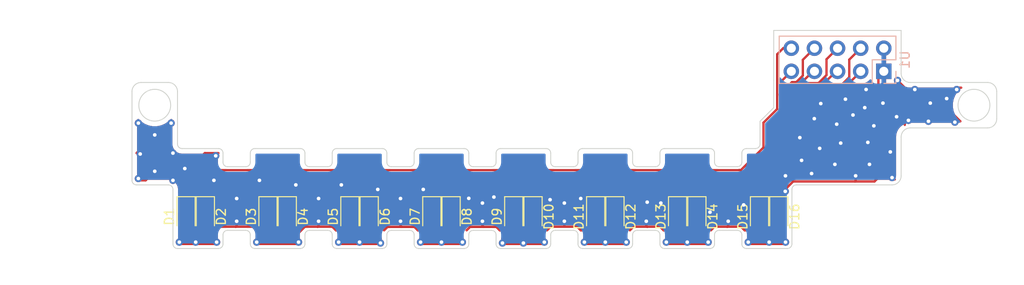
<source format=kicad_pcb>
(kicad_pcb (version 20171130) (host pcbnew "(5.1.6-0-10_14)")
  (layers (0 F.Cu signal) (31 B.Cu signal) (34 B.Paste user) (35 F.Paste user) (36 B.SilkS user) (37 F.SilkS user) (38 B.Mask user) (39 F.Mask user) (44 Edge.Cuts user))
  (net 0 "")
  (net 1 GND)
  (net 2 OUT1)
  (net 3 OUT2)
  (net 4 OUT3)
  (net 5 OUT4)
  (net 6 OUT5)
  (net 7 OUT6)
  (net 8 OUT7)
  (net 9 OUT8)
  (net 10 "Net-(D1-Pad1)")
  (net 11 "Net-(D3-Pad1)")
  (net 12 "Net-(D5-Pad1)")
  (net 13 "Net-(D7-Pad1)")
  (net 14 "Net-(D10-Pad2)")
  (net 15 "Net-(D11-Pad1)")
  (net 16 "Net-(D13-Pad1)")
  (net 17 "Net-(D15-Pad1)")
  (module Pin_Headers:Pin_Header_Straight_2x05_Pitch2.54mm (layer B.Cu) (at 193.095 92 90)
    (fp_text reference U1 (at 1.27 2.33 90) (layer B.SilkS) (effects (justify mirror)))
    (fp_text value Conn_02x05)
    (pad 10 thru_hole oval (at 2.54 -10.16 90) (size 1.7 1.7) (drill 1) (layers *.Cu *.Mask) (net 2 OUT1))
    (pad 9 thru_hole oval (at 0 -10.16 90) (size 1.7 1.7) (drill 1) (layers *.Cu *.Mask) (net 3 OUT2))
    (pad 8 thru_hole oval (at 2.54 -7.62 90) (size 1.7 1.7) (drill 1) (layers *.Cu *.Mask) (net 4 OUT3))
    (pad 7 thru_hole oval (at 0 -7.62 90) (size 1.7 1.7) (drill 1) (layers *.Cu *.Mask) (net 5 OUT4))
    (pad 6 thru_hole oval (at 2.54 -5.08 90) (size 1.7 1.7) (drill 1) (layers *.Cu *.Mask) (net 6 OUT5))
    (pad 5 thru_hole oval (at 0 -5.08 90) (size 1.7 1.7) (drill 1) (layers *.Cu *.Mask) (net 7 OUT6))
    (pad 4 thru_hole oval (at 2.54 -2.54 90) (size 1.7 1.7) (drill 1) (layers *.Cu *.Mask) (net 8 OUT7))
    (pad 3 thru_hole oval (at 0 -2.54 90) (size 1.7 1.7) (drill 1) (layers *.Cu *.Mask) (net 9 OUT8))
    (pad 2 thru_hole oval (at 2.54 0 90) (size 1.7 1.7) (drill 1) (layers *.Cu *.Mask) (net 1 GND))
    (pad 1 thru_hole rect (at 0 0 90) (size 1.7 1.7) (drill 1) (layers *.Cu *.Mask) (net 1 GND))
  )
  (module Diodes_SMD:D_1206 (layer F.Cu) (at 154.5 108 270)
    (fp_text reference D10 (at 0 -1.8 90) (layer F.SilkS))
    (fp_text value D_Photo)
    (pad 1 smd rect (at -1.5 0 270) (size 1 1.6) (layers F.Cu F.Paste F.Mask) (net 6 OUT5))
    (pad 2 smd rect (at 1.5 0 270) (size 1 1.6) (layers F.Cu F.Paste F.Mask) (net 14 "Net-(D10-Pad2)"))
  )
  (module Diodes_SMD:D_1206 (layer F.Cu) (at 127.5 108 270)
    (fp_text reference D4 (at 0 -1.8 90) (layer F.SilkS))
    (fp_text value D_Photo)
    (pad 1 smd rect (at -1.5 0 270) (size 1 1.6) (layers F.Cu F.Paste F.Mask) (net 3 OUT2))
    (pad 2 smd rect (at 1.5 0 270) (size 1 1.6) (layers F.Cu F.Paste F.Mask) (net 11 "Net-(D3-Pad1)"))
  )
  (module Diodes_SMD:D_1206 (layer F.Cu) (at 118.5 108 270)
    (fp_text reference D2 (at 0 -1.8 90) (layer F.SilkS))
    (fp_text value D_Photo)
    (pad 1 smd rect (at -1.5 0 270) (size 1 1.6) (layers F.Cu F.Paste F.Mask) (net 2 OUT1))
    (pad 2 smd rect (at 1.5 0 270) (size 1 1.6) (layers F.Cu F.Paste F.Mask) (net 10 "Net-(D1-Pad1)"))
  )
  (module Diodes_SMD:D_1206 (layer F.Cu) (at 116.5 108 270)
    (fp_text reference D1 (at 0 1.9 90) (layer F.SilkS))
    (fp_text value D_Photo)
    (pad 1 smd rect (at -1.5 0 270) (size 1 1.6) (layers F.Cu F.Paste F.Mask) (net 10 "Net-(D1-Pad1)"))
    (pad 2 smd rect (at 1.5 0 270) (size 1 1.6) (layers F.Cu F.Paste F.Mask) (net 1 GND))
  )
  (module Diodes_SMD:D_1206 (layer F.Cu) (at 125.5 108 270)
    (fp_text reference D3 (at 0 1.9 90) (layer F.SilkS))
    (fp_text value D_Photo)
    (pad 1 smd rect (at -1.5 0 270) (size 1 1.6) (layers F.Cu F.Paste F.Mask) (net 11 "Net-(D3-Pad1)"))
    (pad 2 smd rect (at 1.5 0 270) (size 1 1.6) (layers F.Cu F.Paste F.Mask) (net 1 GND))
  )
  (module Diodes_SMD:D_1206 (layer F.Cu) (at 134.5 108 270)
    (fp_text reference D5 (at 0 1.9 90) (layer F.SilkS))
    (fp_text value D_Photo)
    (pad 1 smd rect (at -1.5 0 270) (size 1 1.6) (layers F.Cu F.Paste F.Mask) (net 12 "Net-(D5-Pad1)"))
    (pad 2 smd rect (at 1.5 0 270) (size 1 1.6) (layers F.Cu F.Paste F.Mask) (net 1 GND))
  )
  (module Diodes_SMD:D_1206 (layer F.Cu) (at 136.5 108 270)
    (fp_text reference D6 (at 0 -1.8 90) (layer F.SilkS))
    (fp_text value D_Photo)
    (pad 1 smd rect (at -1.5 0 270) (size 1 1.6) (layers F.Cu F.Paste F.Mask) (net 4 OUT3))
    (pad 2 smd rect (at 1.5 0 270) (size 1 1.6) (layers F.Cu F.Paste F.Mask) (net 12 "Net-(D5-Pad1)"))
  )
  (module Diodes_SMD:D_1206 (layer F.Cu) (at 143.5 108 270)
    (fp_text reference D7 (at 0 1.9 90) (layer F.SilkS))
    (fp_text value D_Photo)
    (pad 1 smd rect (at -1.5 0 270) (size 1 1.6) (layers F.Cu F.Paste F.Mask) (net 13 "Net-(D7-Pad1)"))
    (pad 2 smd rect (at 1.5 0 270) (size 1 1.6) (layers F.Cu F.Paste F.Mask) (net 1 GND))
  )
  (module Diodes_SMD:D_1206 (layer F.Cu) (at 145.5 108 270)
    (fp_text reference D8 (at 0 -1.8 90) (layer F.SilkS))
    (fp_text value D_Photo)
    (pad 1 smd rect (at -1.5 0 270) (size 1 1.6) (layers F.Cu F.Paste F.Mask) (net 5 OUT4))
    (pad 2 smd rect (at 1.5 0 270) (size 1 1.6) (layers F.Cu F.Paste F.Mask) (net 13 "Net-(D7-Pad1)"))
  )
  (module Diodes_SMD:D_1206 (layer F.Cu) (at 152.5 108 270)
    (fp_text reference D9 (at 0 1.9 90) (layer F.SilkS))
    (fp_text value D_Photo)
    (pad 1 smd rect (at -1.5 0 270) (size 1 1.6) (layers F.Cu F.Paste F.Mask) (net 14 "Net-(D10-Pad2)"))
    (pad 2 smd rect (at 1.5 0 270) (size 1 1.6) (layers F.Cu F.Paste F.Mask) (net 1 GND))
  )
  (module Diodes_SMD:D_1206 (layer F.Cu) (at 161.5 108 270)
    (fp_text reference D11 (at 0 1.9 90) (layer F.SilkS))
    (fp_text value D_Photo)
    (pad 1 smd rect (at -1.5 0 270) (size 1 1.6) (layers F.Cu F.Paste F.Mask) (net 15 "Net-(D11-Pad1)"))
    (pad 2 smd rect (at 1.5 0 270) (size 1 1.6) (layers F.Cu F.Paste F.Mask) (net 1 GND))
  )
  (module Diodes_SMD:D_1206 (layer F.Cu) (at 163.5 108 270)
    (fp_text reference D12 (at 0 -1.8 90) (layer F.SilkS))
    (fp_text value D_Photo)
    (pad 1 smd rect (at -1.5 0 270) (size 1 1.6) (layers F.Cu F.Paste F.Mask) (net 7 OUT6))
    (pad 2 smd rect (at 1.5 0 270) (size 1 1.6) (layers F.Cu F.Paste F.Mask) (net 15 "Net-(D11-Pad1)"))
  )
  (module Diodes_SMD:D_1206 (layer F.Cu) (at 170.5 108 270)
    (fp_text reference D13 (at 0 1.9 90) (layer F.SilkS))
    (fp_text value D_Photo)
    (pad 1 smd rect (at -1.5 0 270) (size 1 1.6) (layers F.Cu F.Paste F.Mask) (net 16 "Net-(D13-Pad1)"))
    (pad 2 smd rect (at 1.5 0 270) (size 1 1.6) (layers F.Cu F.Paste F.Mask) (net 1 GND))
  )
  (module Diodes_SMD:D_1206 (layer F.Cu) (at 172.5 108 270)
    (fp_text reference D14 (at 0 -1.8 90) (layer F.SilkS))
    (fp_text value D_Photo)
    (pad 1 smd rect (at -1.5 0 270) (size 1 1.6) (layers F.Cu F.Paste F.Mask) (net 8 OUT7))
    (pad 2 smd rect (at 1.5 0 270) (size 1 1.6) (layers F.Cu F.Paste F.Mask) (net 16 "Net-(D13-Pad1)"))
  )
  (module Diodes_SMD:D_1206 (layer F.Cu) (at 179.5 108 270)
    (fp_text reference D15 (at 0 1.9 90) (layer F.SilkS))
    (fp_text value D_Photo)
    (pad 1 smd rect (at -1.5 0 270) (size 1 1.6) (layers F.Cu F.Paste F.Mask) (net 17 "Net-(D15-Pad1)"))
    (pad 2 smd rect (at 1.5 0 270) (size 1 1.6) (layers F.Cu F.Paste F.Mask) (net 1 GND))
  )
  (module Diodes_SMD:D_1206 (layer F.Cu) (at 181.5 108 270)
    (fp_text reference D16 (at 0 -1.8 90) (layer F.SilkS))
    (fp_text value D_Photo)
    (pad 1 smd rect (at -1.5 0 270) (size 1 1.6) (layers F.Cu F.Paste F.Mask) (net 9 OUT8))
    (pad 2 smd rect (at 1.5 0 270) (size 1 1.6) (layers F.Cu F.Paste F.Mask) (net 17 "Net-(D15-Pad1)"))
  )
  (gr_arc (start 179 100) (end 179 100.5) (angle -90) (layer Edge.Cuts) (width 0.1))
  (gr_line (start 178 100.5) (end 179 100.5) (layer Edge.Cuts) (width 0.1))
  (gr_line (start 115 105) (end 115 111) (layer Edge.Cuts) (width 0.1))
  (gr_arc (start 111 104) (end 110.5 104) (angle -90) (layer Edge.Cuts) (width 0.1))
  (gr_arc (start 194 103.5) (end 194 104.5) (angle -90) (layer Edge.Cuts) (width 0.1))
  (gr_line (start 183.5 104.5) (end 194 104.5) (layer Edge.Cuts) (width 0.1))
  (gr_line (start 175 109.5) (end 177 109.5) (layer Edge.Cuts) (width 0.1))
  (gr_line (start 166 109.5) (end 168 109.5) (layer Edge.Cuts) (width 0.1))
  (gr_line (start 157 109.5) (end 159 109.5) (layer Edge.Cuts) (width 0.1))
  (gr_line (start 148 109.5) (end 150 109.5) (layer Edge.Cuts) (width 0.1))
  (gr_line (start 139 109.5) (end 141 109.5) (layer Edge.Cuts) (width 0.1))
  (gr_line (start 130 109.5) (end 132 109.5) (layer Edge.Cuts) (width 0.1))
  (gr_line (start 121 109.5) (end 123 109.5) (layer Edge.Cuts) (width 0.1))
  (gr_line (start 111 104.5) (end 114.5 104.5) (layer Edge.Cuts) (width 0.1))
  (gr_line (start 121 102.5) (end 123 102.5) (layer Edge.Cuts) (width 0.1))
  (gr_line (start 130 102.5) (end 132 102.5) (layer Edge.Cuts) (width 0.1))
  (gr_line (start 139 102.5) (end 141 102.5) (layer Edge.Cuts) (width 0.1))
  (gr_line (start 150 102.5) (end 148 102.5) (layer Edge.Cuts) (width 0.1))
  (gr_line (start 159 102.5) (end 157 102.5) (layer Edge.Cuts) (width 0.1))
  (gr_line (start 168 102.5) (end 166 102.5) (layer Edge.Cuts) (width 0.1))
  (gr_line (start 177 102.5) (end 175 102.5) (layer Edge.Cuts) (width 0.1))
  (gr_line (start 116 100.5) (end 120 100.5) (layer Edge.Cuts) (width 0.1))
  (gr_arc (start 177 102) (end 177 102.5) (angle -90) (layer Edge.Cuts) (width 0.1))
  (gr_arc (start 178 101) (end 178 100.5) (angle -90) (layer Edge.Cuts) (width 0.1))
  (gr_line (start 177.5 101) (end 177.5 102) (layer Edge.Cuts) (width 0.1))
  (gr_arc (start 121 102) (end 120.5 102) (angle -90) (layer Edge.Cuts) (width 0.1))
  (gr_arc (start 120 101) (end 120.5 101) (angle -90) (layer Edge.Cuts) (width 0.1))
  (gr_arc (start 116 100) (end 115.5 100) (angle -90) (layer Edge.Cuts) (width 0.1))
  (gr_line (start 120.5 101) (end 120.5 102) (layer Edge.Cuts) (width 0.1))
  (gr_line (start 123.5 101) (end 123.5 102) (layer Edge.Cuts) (width 0.1))
  (gr_line (start 124 100.5) (end 129 100.5) (layer Edge.Cuts) (width 0.1))
  (gr_arc (start 124 101) (end 124 100.5) (angle -90) (layer Edge.Cuts) (width 0.1))
  (gr_arc (start 130 102) (end 129.5 102) (angle -90) (layer Edge.Cuts) (width 0.1))
  (gr_arc (start 129 101) (end 129.5 101) (angle -90) (layer Edge.Cuts) (width 0.1))
  (gr_line (start 129.5 101) (end 129.5 102) (layer Edge.Cuts) (width 0.1))
  (gr_arc (start 123 102) (end 123 102.5) (angle -90) (layer Edge.Cuts) (width 0.1))
  (gr_arc (start 132 102) (end 132 102.5) (angle -90) (layer Edge.Cuts) (width 0.1))
  (gr_arc (start 133 101) (end 133 100.5) (angle -90) (layer Edge.Cuts) (width 0.1))
  (gr_line (start 133 100.5) (end 138 100.5) (layer Edge.Cuts) (width 0.1))
  (gr_line (start 138.5 101) (end 138.5 102) (layer Edge.Cuts) (width 0.1))
  (gr_arc (start 139 102) (end 138.5 102) (angle -90) (layer Edge.Cuts) (width 0.1))
  (gr_arc (start 138 101) (end 138.5 101) (angle -90) (layer Edge.Cuts) (width 0.1))
  (gr_line (start 132.5 101) (end 132.5 102) (layer Edge.Cuts) (width 0.1))
  (gr_arc (start 148 102) (end 147.5 102) (angle -90) (layer Edge.Cuts) (width 0.1))
  (gr_line (start 141.5 101) (end 141.5 102) (layer Edge.Cuts) (width 0.1))
  (gr_arc (start 147 101) (end 147.5 101) (angle -90) (layer Edge.Cuts) (width 0.1))
  (gr_arc (start 141 102) (end 141 102.5) (angle -90) (layer Edge.Cuts) (width 0.1))
  (gr_line (start 147.5 101) (end 147.5 102) (layer Edge.Cuts) (width 0.1))
  (gr_line (start 142 100.5) (end 147 100.5) (layer Edge.Cuts) (width 0.1))
  (gr_arc (start 142 101) (end 142 100.5) (angle -90) (layer Edge.Cuts) (width 0.1))
  (gr_arc (start 150 102) (end 150 102.5) (angle -90) (layer Edge.Cuts) (width 0.1))
  (gr_arc (start 151 101) (end 151 100.5) (angle -90) (layer Edge.Cuts) (width 0.1))
  (gr_line (start 151 100.5) (end 156 100.5) (layer Edge.Cuts) (width 0.1))
  (gr_arc (start 156 101) (end 156.5 101) (angle -90) (layer Edge.Cuts) (width 0.1))
  (gr_arc (start 157 102) (end 156.5 102) (angle -90) (layer Edge.Cuts) (width 0.1))
  (gr_line (start 150.5 101) (end 150.5 102) (layer Edge.Cuts) (width 0.1))
  (gr_line (start 156.5 101) (end 156.5 102) (layer Edge.Cuts) (width 0.1))
  (gr_arc (start 159 102) (end 159 102.5) (angle -90) (layer Edge.Cuts) (width 0.1))
  (gr_arc (start 160 101) (end 160 100.5) (angle -90) (layer Edge.Cuts) (width 0.1))
  (gr_line (start 165.5 101) (end 165.5 102) (layer Edge.Cuts) (width 0.1))
  (gr_arc (start 165 101) (end 165.5 101) (angle -90) (layer Edge.Cuts) (width 0.1))
  (gr_line (start 160 100.5) (end 165 100.5) (layer Edge.Cuts) (width 0.1))
  (gr_arc (start 166 102) (end 165.5 102) (angle -90) (layer Edge.Cuts) (width 0.1))
  (gr_line (start 159.5 101) (end 159.5 102) (layer Edge.Cuts) (width 0.1))
  (gr_arc (start 169 101) (end 169 100.5) (angle -90) (layer Edge.Cuts) (width 0.1))
  (gr_arc (start 168 102) (end 168 102.5) (angle -90) (layer Edge.Cuts) (width 0.1))
  (gr_arc (start 175 102) (end 174.5 102) (angle -90) (layer Edge.Cuts) (width 0.1))
  (gr_line (start 168.5 101) (end 168.5 102) (layer Edge.Cuts) (width 0.1))
  (gr_line (start 174.5 101) (end 174.5 102) (layer Edge.Cuts) (width 0.1))
  (gr_arc (start 174 101) (end 174.5 101) (angle -90) (layer Edge.Cuts) (width 0.1))
  (gr_line (start 169 100.5) (end 174 100.5) (layer Edge.Cuts) (width 0.1))
  (gr_arc (start 177 110) (end 177.5 110) (angle -90) (layer Edge.Cuts) (width 0.1))
  (gr_line (start 177.5 111) (end 177.5 110) (layer Edge.Cuts) (width 0.1))
  (gr_arc (start 178 111) (end 177.5 111) (angle -90) (layer Edge.Cuts) (width 0.1))
  (gr_arc (start 183.5 105) (end 183.5 104.5) (angle -90) (layer Edge.Cuts) (width 0.1))
  (gr_line (start 182.5 111.5) (end 178 111.5) (layer Edge.Cuts) (width 0.1))
  (gr_line (start 183 111) (end 183 105) (layer Edge.Cuts) (width 0.1))
  (gr_arc (start 182.5 111) (end 182.5 111.5) (angle -90) (layer Edge.Cuts) (width 0.1))
  (gr_line (start 174.5 111) (end 174.5 110) (layer Edge.Cuts) (width 0.1))
  (gr_arc (start 175 110) (end 175 109.5) (angle -90) (layer Edge.Cuts) (width 0.1))
  (gr_arc (start 168 110) (end 168.5 110) (angle -90) (layer Edge.Cuts) (width 0.1))
  (gr_line (start 168.5 111) (end 168.5 110) (layer Edge.Cuts) (width 0.1))
  (gr_arc (start 174 111) (end 174 111.5) (angle -90) (layer Edge.Cuts) (width 0.1))
  (gr_arc (start 169 111) (end 168.5 111) (angle -90) (layer Edge.Cuts) (width 0.1))
  (gr_line (start 174 111.5) (end 169 111.5) (layer Edge.Cuts) (width 0.1))
  (gr_arc (start 166 110) (end 166 109.5) (angle -90) (layer Edge.Cuts) (width 0.1))
  (gr_line (start 159.5 111) (end 159.5 110) (layer Edge.Cuts) (width 0.1))
  (gr_arc (start 165 111) (end 165 111.5) (angle -90) (layer Edge.Cuts) (width 0.1))
  (gr_line (start 165 111.5) (end 160 111.5) (layer Edge.Cuts) (width 0.1))
  (gr_arc (start 159 110) (end 159.5 110) (angle -90) (layer Edge.Cuts) (width 0.1))
  (gr_arc (start 160 111) (end 159.5 111) (angle -90) (layer Edge.Cuts) (width 0.1))
  (gr_line (start 165.5 111) (end 165.5 110) (layer Edge.Cuts) (width 0.1))
  (gr_arc (start 150 110) (end 150.5 110) (angle -90) (layer Edge.Cuts) (width 0.1))
  (gr_arc (start 151 111) (end 150.5 111) (angle -90) (layer Edge.Cuts) (width 0.1))
  (gr_line (start 156.5 111) (end 156.5 110) (layer Edge.Cuts) (width 0.1))
  (gr_arc (start 156 111) (end 156 111.5) (angle -90) (layer Edge.Cuts) (width 0.1))
  (gr_line (start 156 111.5) (end 151 111.5) (layer Edge.Cuts) (width 0.1))
  (gr_arc (start 157 110) (end 157 109.5) (angle -90) (layer Edge.Cuts) (width 0.1))
  (gr_line (start 150.5 111) (end 150.5 110) (layer Edge.Cuts) (width 0.1))
  (gr_line (start 147.5 111) (end 147.5 110) (layer Edge.Cuts) (width 0.1))
  (gr_arc (start 141 110) (end 141.5 110) (angle -90) (layer Edge.Cuts) (width 0.1))
  (gr_line (start 141.5 111) (end 141.5 110) (layer Edge.Cuts) (width 0.1))
  (gr_arc (start 148 110) (end 148 109.5) (angle -90) (layer Edge.Cuts) (width 0.1))
  (gr_arc (start 147 111) (end 147 111.5) (angle -90) (layer Edge.Cuts) (width 0.1))
  (gr_line (start 147 111.5) (end 142 111.5) (layer Edge.Cuts) (width 0.1))
  (gr_arc (start 142 111) (end 141.5 111) (angle -90) (layer Edge.Cuts) (width 0.1))
  (gr_line (start 138.5 111) (end 138.5 110) (layer Edge.Cuts) (width 0.1))
  (gr_arc (start 139 110) (end 139 109.5) (angle -90) (layer Edge.Cuts) (width 0.1))
  (gr_arc (start 138 111) (end 138 111.5) (angle -90) (layer Edge.Cuts) (width 0.1))
  (gr_line (start 138 111.5) (end 133 111.5) (layer Edge.Cuts) (width 0.1))
  (gr_arc (start 132 110) (end 132.5 110) (angle -90) (layer Edge.Cuts) (width 0.1))
  (gr_line (start 132.5 111) (end 132.5 110) (layer Edge.Cuts) (width 0.1))
  (gr_arc (start 133 111) (end 132.5 111) (angle -90) (layer Edge.Cuts) (width 0.1))
  (gr_line (start 129.5 111) (end 129.5 110) (layer Edge.Cuts) (width 0.1))
  (gr_arc (start 130 110) (end 130 109.5) (angle -90) (layer Edge.Cuts) (width 0.1))
  (gr_arc (start 129 111) (end 129 111.5) (angle -90) (layer Edge.Cuts) (width 0.1))
  (gr_line (start 123.5 111) (end 123.5 110) (layer Edge.Cuts) (width 0.1))
  (gr_arc (start 123 110) (end 123.5 110) (angle -90) (layer Edge.Cuts) (width 0.1))
  (gr_line (start 129 111.5) (end 124 111.5) (layer Edge.Cuts) (width 0.1))
  (gr_arc (start 124 111) (end 123.5 111) (angle -90) (layer Edge.Cuts) (width 0.1))
  (gr_arc (start 121 110) (end 121 109.5) (angle -90) (layer Edge.Cuts) (width 0.1))
  (gr_arc (start 114.5 105) (end 115 105) (angle -90) (layer Edge.Cuts) (width 0.1))
  (gr_line (start 120.5 111) (end 120.5 110) (layer Edge.Cuts) (width 0.1))
  (gr_arc (start 120 111) (end 120 111.5) (angle -90) (layer Edge.Cuts) (width 0.1))
  (gr_arc (start 115.5 111) (end 115 111) (angle -90) (layer Edge.Cuts) (width 0.1))
  (gr_line (start 120 111.5) (end 115.5 111.5) (layer Edge.Cuts) (width 0.1))
  (gr_arc (start 114.5 94.23) (end 115.5 94.23) (angle -90) (layer Edge.Cuts) (width 0.1))
  (gr_arc (start 111.5 94.23) (end 111.5 93.23) (angle -90) (layer Edge.Cuts) (width 0.1))
  (gr_line (start 111.5 93.23) (end 114.5 93.23) (layer Edge.Cuts) (width 0.1))
  (gr_line (start 110.5 104) (end 110.5 94.23) (layer Edge.Cuts) (width 0.1))
  (gr_line (start 115.5 100) (end 115.5 94.23) (layer Edge.Cuts) (width 0.1))
  (gr_circle (center 113 95.73) (end 114.75 95.73) (layer Edge.Cuts) (width 0.1))
  (gr_circle (center 203 95.73) (end 204.75 95.73) (layer Edge.Cuts) (width 0.1))
  (gr_arc (start 196 92.23) (end 195 92.23) (angle -90) (layer Edge.Cuts) (width 0.1))
  (gr_arc (start 196 99.23) (end 196 98.23) (angle -90) (layer Edge.Cuts) (width 0.1))
  (gr_line (start 195 92.23) (end 195 87.5) (layer Edge.Cuts) (width 0.1))
  (gr_arc (start 204.5 97.23) (end 204.5 98.23) (angle -90) (layer Edge.Cuts) (width 0.1))
  (gr_arc (start 204.5 94.23) (end 205.5 94.23) (angle -90) (layer Edge.Cuts) (width 0.1))
  (gr_line (start 196 98.23) (end 204.5 98.23) (layer Edge.Cuts) (width 0.1))
  (gr_line (start 205.5 94.23) (end 205.5 97.23) (layer Edge.Cuts) (width 0.1))
  (gr_line (start 196 93.23) (end 204.5 93.23) (layer Edge.Cuts) (width 0.1))
  (gr_line (start 181 96) (end 181 93) (layer Edge.Cuts) (width 0.1))
  (gr_line (start 179.5 97.5) (end 181 96) (layer Edge.Cuts) (width 0.1))
  (gr_line (start 179.5 100) (end 179.5 97.5) (layer Edge.Cuts) (width 0.1))
  (gr_line (start 181 87.5) (end 195 87.5) (layer Edge.Cuts) (width 0.1))
  (gr_line (start 181 93) (end 181 87.5) (layer Edge.Cuts) (width 0.1))
  (gr_line (start 195 103.5) (end 195 99.23) (layer Edge.Cuts) (width 0.1))
  (via (at 111.2 97.7) (size 0.8) (drill 0.4) (layers F.Cu B.Cu) (net 1))
  (segment (start 193.095 99.46) (end 193.095 102) (width 0.25) (layer F.Cu) (net 1))
  (via (at 194.5 97) (size 0.8) (drill 0.4) (layers F.Cu B.Cu) (net 1))
  (segment (start 194.5 98.055) (end 194.5 97) (width 0.25) (layer F.Cu) (net 1))
  (segment (start 193.095 99.46) (end 194.5 98.055) (width 0.25) (layer F.Cu) (net 1))
  (segment (start 194.5 96) (end 192.5 94) (width 0.25) (layer F.Cu) (net 1))
  (segment (start 194.5 97) (end 194.5 96) (width 0.25) (layer F.Cu) (net 1))
  (segment (start 192.5 92.595) (end 193.095 92) (width 0.25) (layer F.Cu) (net 1))
  (segment (start 192.5 94) (end 192.5 92.595) (width 0.25) (layer F.Cu) (net 1))
  (segment (start 193.095 89.46) (end 193.095 92) (width 0.25) (layer F.Cu) (net 1))
  (via (at 195.8 97.4) (size 0.8) (drill 0.4) (layers F.Cu B.Cu) (net 1))
  (via (at 194.6 93) (size 0.8) (drill 0.4) (layers F.Cu B.Cu) (net 1))
  (via (at 201.1 94) (size 0.8) (drill 0.4) (layers F.Cu B.Cu) (net 1))
  (via (at 198.2 95.5) (size 0.8) (drill 0.4) (layers F.Cu B.Cu) (net 1))
  (via (at 196.5 94) (size 0.8) (drill 0.4) (layers F.Cu B.Cu) (net 1))
  (via (at 200 95) (size 0.8) (drill 0.4) (layers F.Cu B.Cu) (net 1))
  (segment (start 196.1 94.5) (end 196.5 94.5) (width 0.25) (layer F.Cu) (net 1))
  (segment (start 199.5 94.5) (end 200 95) (width 0.25) (layer F.Cu) (net 1))
  (segment (start 201.2 93.8) (end 200 95) (width 0.25) (layer F.Cu) (net 1))
  (segment (start 201.6 93.8) (end 201.2 93.8) (width 0.25) (layer F.Cu) (net 1))
  (segment (start 200 96) (end 200 95) (width 0.25) (layer F.Cu) (net 1))
  (segment (start 198.2 94.5) (end 199.5 94.5) (width 0.25) (layer F.Cu) (net 1))
  (segment (start 198.2 96.3) (end 198.2 94.5) (width 0.25) (layer F.Cu) (net 1))
  (segment (start 196.5 94.5) (end 198.2 94.5) (width 0.25) (layer F.Cu) (net 1))
  (segment (start 195.4 94.4) (end 195.7 94.1) (width 0.25) (layer F.Cu) (net 1))
  (segment (start 195.7 94.1) (end 196.1 94.5) (width 0.25) (layer F.Cu) (net 1))
  (segment (start 194.6 93) (end 195.7 94.1) (width 0.25) (layer F.Cu) (net 1))
  (segment (start 194.5 97) (end 195.4 97) (width 0.25) (layer F.Cu) (net 1))
  (segment (start 195.4 97) (end 195.4 94.4) (width 0.25) (layer F.Cu) (net 1))
  (segment (start 195.4 97.9) (end 195.4 97) (width 0.25) (layer F.Cu) (net 1))
  (segment (start 119.8 109.5) (end 120.192144 109.107856) (width 0.25) (layer F.Cu) (net 1))
  (segment (start 124.2 109.5) (end 125.5 109.5) (width 0.25) (layer F.Cu) (net 1))
  (segment (start 123.807856 109.107856) (end 124.2 109.5) (width 0.25) (layer F.Cu) (net 1))
  (segment (start 132.9 109.5) (end 134.5 109.5) (width 0.25) (layer F.Cu) (net 1))
  (segment (start 132.507856 109.107856) (end 132.9 109.5) (width 0.25) (layer F.Cu) (net 1))
  (segment (start 138.2 109.5) (end 138.575754 109.124246) (width 0.25) (layer F.Cu) (net 1))
  (segment (start 141.9 109.5) (end 143.5 109.5) (width 0.25) (layer F.Cu) (net 1))
  (segment (start 141.524246 109.124246) (end 141.9 109.5) (width 0.25) (layer F.Cu) (net 1))
  (segment (start 150.9 109.5) (end 152.5 109.5) (width 0.25) (layer F.Cu) (net 1))
  (segment (start 147.261496 109.5) (end 147.63725 109.124246) (width 0.25) (layer F.Cu) (net 1))
  (segment (start 150.524246 109.124246) (end 150.9 109.5) (width 0.25) (layer F.Cu) (net 1))
  (segment (start 156.492144 109.107856) (end 159.407856 109.107856) (width 0.25) (layer F.Cu) (net 1))
  (segment (start 156.1 109.5) (end 156.492144 109.107856) (width 0.25) (layer F.Cu) (net 1))
  (segment (start 159.8 109.5) (end 161.5 109.5) (width 0.25) (layer F.Cu) (net 1))
  (segment (start 159.407856 109.107856) (end 159.8 109.5) (width 0.25) (layer F.Cu) (net 1))
  (segment (start 165.2 109.5) (end 165.592144 109.107856) (width 0.25) (layer F.Cu) (net 1))
  (segment (start 168.9 109.5) (end 170.5 109.5) (width 0.25) (layer F.Cu) (net 1))
  (segment (start 168.507856 109.107856) (end 168.9 109.5) (width 0.25) (layer F.Cu) (net 1))
  (segment (start 174.1 109.5) (end 174.492144 109.107856) (width 0.25) (layer F.Cu) (net 1))
  (segment (start 177.8 109.5) (end 179.5 109.5) (width 0.25) (layer F.Cu) (net 1))
  (segment (start 177.407856 109.107856) (end 177.8 109.5) (width 0.25) (layer F.Cu) (net 1))
  (via (at 114.8 97.7) (size 0.8) (drill 0.4) (layers F.Cu B.Cu) (net 1))
  (via (at 111.4 101.1) (size 0.8) (drill 0.4) (layers F.Cu B.Cu) (net 1))
  (via (at 111.2 103.8) (size 0.8) (drill 0.4) (layers F.Cu B.Cu) (net 1))
  (via (at 119.7 101.3) (size 0.8) (drill 0.4) (layers F.Cu B.Cu) (net 1))
  (via (at 115 101) (size 0.8) (drill 0.4) (layers F.Cu B.Cu) (net 1))
  (via (at 115 104) (size 0.8) (drill 0.4) (layers F.Cu B.Cu) (net 1))
  (via (at 119.5 104) (size 0.8) (drill 0.4) (layers F.Cu B.Cu) (net 1))
  (via (at 124.5 104) (size 0.8) (drill 0.4) (layers F.Cu B.Cu) (net 1))
  (via (at 122 108.5) (size 0.8) (drill 0.4) (layers F.Cu B.Cu) (net 1))
  (via (at 117.5 110.8) (size 0.8) (drill 0.4) (layers F.Cu B.Cu) (net 1))
  (via (at 135.5 110.8) (size 0.8) (drill 0.4) (layers F.Cu B.Cu) (net 1))
  (via (at 144.5 110.8) (size 0.8) (drill 0.4) (layers F.Cu B.Cu) (net 1))
  (via (at 153.5 110.9) (size 0.8) (drill 0.4) (layers F.Cu B.Cu) (net 1))
  (via (at 162.5 110.8) (size 0.8) (drill 0.4) (layers F.Cu B.Cu) (net 1))
  (via (at 171.5 110.8) (size 0.8) (drill 0.4) (layers F.Cu B.Cu) (net 1))
  (via (at 180.5 110.8) (size 0.8) (drill 0.4) (layers F.Cu B.Cu) (net 1))
  (via (at 182.3 110.8) (size 0.8) (drill 0.4) (layers F.Cu B.Cu) (net 1))
  (via (at 178.2 110.8) (size 0.8) (drill 0.4) (layers F.Cu B.Cu) (net 1))
  (via (at 173.8 110.8) (size 0.8) (drill 0.4) (layers F.Cu B.Cu) (net 1))
  (via (at 169.2 110.8) (size 0.8) (drill 0.4) (layers F.Cu B.Cu) (net 1))
  (via (at 164.8 110.8) (size 0.8) (drill 0.4) (layers F.Cu B.Cu) (net 1))
  (via (at 160.2 110.8) (size 0.8) (drill 0.4) (layers F.Cu B.Cu) (net 1))
  (via (at 155.8 110.8) (size 0.8) (drill 0.4) (layers F.Cu B.Cu) (net 1))
  (via (at 151.2 110.9) (size 0.8) (drill 0.4) (layers F.Cu B.Cu) (net 1))
  (via (at 146.8 110.8) (size 0.8) (drill 0.4) (layers F.Cu B.Cu) (net 1))
  (via (at 142.2 110.8) (size 0.8) (drill 0.4) (layers F.Cu B.Cu) (net 1))
  (via (at 137.8 110.9) (size 0.8) (drill 0.4) (layers F.Cu B.Cu) (net 1))
  (via (at 133.2 110.8) (size 0.8) (drill 0.4) (layers F.Cu B.Cu) (net 1))
  (via (at 128.8 110.8) (size 0.8) (drill 0.4) (layers F.Cu B.Cu) (net 1))
  (via (at 124.2 110.8) (size 0.8) (drill 0.4) (layers F.Cu B.Cu) (net 1))
  (via (at 119.8 110.8) (size 0.8) (drill 0.4) (layers F.Cu B.Cu) (net 1))
  (via (at 115.7 110.8) (size 0.8) (drill 0.4) (layers F.Cu B.Cu) (net 1))
  (via (at 122 106) (size 0.8) (drill 0.4) (layers F.Cu B.Cu) (net 1))
  (via (at 131 106) (size 0.8) (drill 0.4) (layers F.Cu B.Cu) (net 1))
  (via (at 131 108.5) (size 0.8) (drill 0.4) (layers F.Cu B.Cu) (net 1))
  (via (at 128.5 104.5) (size 0.8) (drill 0.4) (layers F.Cu B.Cu) (net 1))
  (via (at 133.5 104.5) (size 0.8) (drill 0.4) (layers F.Cu B.Cu) (net 1))
  (via (at 140 108.5) (size 0.8) (drill 0.4) (layers F.Cu B.Cu) (net 1))
  (via (at 140 106) (size 0.8) (drill 0.4) (layers F.Cu B.Cu) (net 1))
  (via (at 142.5 105) (size 0.8) (drill 0.4) (layers F.Cu B.Cu) (net 1))
  (via (at 137.5 105) (size 0.8) (drill 0.4) (layers F.Cu B.Cu) (net 1))
  (via (at 149 108.5) (size 0.8) (drill 0.4) (layers F.Cu B.Cu) (net 1))
  (via (at 149 106.5) (size 0.8) (drill 0.4) (layers F.Cu B.Cu) (net 1))
  (via (at 147.5 105.98) (size 0.8) (drill 0.4) (layers F.Cu B.Cu) (net 1))
  (via (at 150.26 105.84) (size 0.8) (drill 0.4) (layers F.Cu B.Cu) (net 1))
  (via (at 158 108.5) (size 0.8) (drill 0.4) (layers F.Cu B.Cu) (net 1))
  (via (at 158 106.5) (size 0.8) (drill 0.4) (layers F.Cu B.Cu) (net 1))
  (via (at 156.43 106.13) (size 0.8) (drill 0.4) (layers F.Cu B.Cu) (net 1))
  (via (at 159.8 106) (size 0.8) (drill 0.4) (layers F.Cu B.Cu) (net 1))
  (via (at 176 108.5) (size 0.8) (drill 0.4) (layers F.Cu B.Cu) (net 1))
  (via (at 174 107.5) (size 0.8) (drill 0.4) (layers F.Cu B.Cu) (net 1))
  (via (at 177.7 106.7) (size 0.8) (drill 0.4) (layers F.Cu B.Cu) (net 1))
  (via (at 190 103.5) (size 0.8) (drill 0.4) (layers F.Cu B.Cu) (net 1))
  (via (at 192 98) (size 0.8) (drill 0.4) (layers F.Cu B.Cu) (net 1))
  (via (at 191 96) (size 0.8) (drill 0.4) (layers F.Cu B.Cu) (net 1))
  (via (at 193 95.5) (size 0.8) (drill 0.4) (layers F.Cu B.Cu) (net 1))
  (via (at 200.9 97.6) (size 0.8) (drill 0.4) (layers F.Cu B.Cu) (net 1))
  (via (at 198 97.5) (size 0.8) (drill 0.4) (layers F.Cu B.Cu) (net 1))
  (via (at 113 103) (size 0.8) (drill 0.4) (layers F.Cu B.Cu) (net 1))
  (via (at 113 99) (size 0.8) (drill 0.4) (layers F.Cu B.Cu) (net 1))
  (via (at 116.3 102.7) (size 0.8) (drill 0.4) (layers F.Cu B.Cu) (net 1))
  (segment (start 112.5 99) (end 113 99) (width 0.25) (layer F.Cu) (net 1))
  (segment (start 111 97.5) (end 112.5 99) (width 0.25) (layer F.Cu) (net 1))
  (segment (start 113.5 99) (end 113 99) (width 0.25) (layer F.Cu) (net 1))
  (segment (start 115 97.5) (end 113.5 99) (width 0.25) (layer F.Cu) (net 1))
  (segment (start 111 101) (end 113 99) (width 0.25) (layer F.Cu) (net 1))
  (segment (start 115 101) (end 113 99) (width 0.25) (layer F.Cu) (net 1))
  (segment (start 113 103) (end 115 101) (width 0.25) (layer F.Cu) (net 1))
  (segment (start 115 101.5) (end 115 101) (width 0.25) (layer F.Cu) (net 1))
  (segment (start 116.5 103) (end 115 101.5) (width 0.25) (layer F.Cu) (net 1))
  (segment (start 118.5 101) (end 116.5 103) (width 0.25) (layer F.Cu) (net 1))
  (segment (start 120 101) (end 118.5 101) (width 0.25) (layer F.Cu) (net 1))
  (segment (start 118.5 111) (end 120 111) (width 0.25) (layer F.Cu) (net 1))
  (segment (start 117.5 111) (end 118.5 111) (width 0.25) (layer F.Cu) (net 1))
  (segment (start 122 109) (end 121.892144 109.107856) (width 0.25) (layer F.Cu) (net 1))
  (segment (start 122 108.5) (end 122 109) (width 0.25) (layer F.Cu) (net 1))
  (segment (start 121.892144 109.107856) (end 123.807856 109.107856) (width 0.25) (layer F.Cu) (net 1))
  (segment (start 120.192144 109.107856) (end 121.892144 109.107856) (width 0.25) (layer F.Cu) (net 1))
  (segment (start 122 106) (end 122 108.5) (width 0.25) (layer F.Cu) (net 1))
  (segment (start 121.5 106) (end 122 106) (width 0.25) (layer F.Cu) (net 1))
  (segment (start 119.5 104) (end 121.5 106) (width 0.25) (layer F.Cu) (net 1))
  (segment (start 122.5 106) (end 122 106) (width 0.25) (layer F.Cu) (net 1))
  (segment (start 124.5 104) (end 122.5 106) (width 0.25) (layer F.Cu) (net 1))
  (segment (start 131 109) (end 130.892144 109.107856) (width 0.25) (layer F.Cu) (net 1))
  (segment (start 130.892144 109.107856) (end 132.507856 109.107856) (width 0.25) (layer F.Cu) (net 1))
  (segment (start 131 108.5) (end 131 109) (width 0.25) (layer F.Cu) (net 1))
  (segment (start 124 111) (end 126.5 111) (width 0.25) (layer F.Cu) (net 1))
  (segment (start 127.5 111) (end 129 111) (width 0.25) (layer F.Cu) (net 1))
  (segment (start 126.5 111) (end 127.5 111) (width 0.25) (layer F.Cu) (net 1))
  (segment (start 131 106) (end 131 108.5) (width 0.25) (layer F.Cu) (net 1))
  (segment (start 129.5 104.5) (end 131 106) (width 0.25) (layer F.Cu) (net 1))
  (segment (start 128.5 104.5) (end 129.5 104.5) (width 0.25) (layer F.Cu) (net 1))
  (segment (start 132.5 104.5) (end 131 106) (width 0.25) (layer F.Cu) (net 1))
  (segment (start 133.5 104.5) (end 132.5 104.5) (width 0.25) (layer F.Cu) (net 1))
  (segment (start 133 111) (end 135.5 111) (width 0.25) (layer F.Cu) (net 1))
  (segment (start 136.5 111) (end 138 111) (width 0.25) (layer F.Cu) (net 1))
  (segment (start 135.5 111) (end 136.5 111) (width 0.25) (layer F.Cu) (net 1))
  (segment (start 139 105) (end 140 106) (width 0.25) (layer F.Cu) (net 1))
  (segment (start 137.5 105) (end 139 105) (width 0.25) (layer F.Cu) (net 1))
  (segment (start 141 105) (end 140 106) (width 0.25) (layer F.Cu) (net 1))
  (segment (start 142.5 105) (end 141 105) (width 0.25) (layer F.Cu) (net 1))
  (segment (start 140 106) (end 140 108.5) (width 0.25) (layer F.Cu) (net 1))
  (segment (start 140 109) (end 140.124246 109.124246) (width 0.25) (layer F.Cu) (net 1))
  (segment (start 140 108.5) (end 140 109) (width 0.25) (layer F.Cu) (net 1))
  (segment (start 140.124246 109.124246) (end 141.524246 109.124246) (width 0.25) (layer F.Cu) (net 1))
  (segment (start 138.575754 109.124246) (end 140.124246 109.124246) (width 0.25) (layer F.Cu) (net 1))
  (segment (start 142 111) (end 144.5 111) (width 0.25) (layer F.Cu) (net 1))
  (segment (start 145.5 111) (end 147 111) (width 0.25) (layer F.Cu) (net 1))
  (segment (start 144.5 111) (end 145.5 111) (width 0.25) (layer F.Cu) (net 1))
  (segment (start 149 106.5) (end 149 108.5) (width 0.25) (layer F.Cu) (net 1))
  (segment (start 149 109) (end 149.124246 109.124246) (width 0.25) (layer F.Cu) (net 1))
  (segment (start 149 108.5) (end 149 109) (width 0.25) (layer F.Cu) (net 1))
  (segment (start 149.124246 109.124246) (end 150.524246 109.124246) (width 0.25) (layer F.Cu) (net 1))
  (segment (start 147.63725 109.124246) (end 149.124246 109.124246) (width 0.25) (layer F.Cu) (net 1))
  (segment (start 151 111) (end 153.5 111) (width 0.25) (layer F.Cu) (net 1))
  (segment (start 154.5 111) (end 156 111) (width 0.25) (layer F.Cu) (net 1))
  (segment (start 153.5 111) (end 154.5 111) (width 0.25) (layer F.Cu) (net 1))
  (segment (start 158 106.5) (end 158 108.5) (width 0.25) (layer F.Cu) (net 1))
  (segment (start 158 108.5) (end 158 109) (width 0.25) (layer F.Cu) (net 1))
  (segment (start 160 111) (end 162.5 111) (width 0.25) (layer F.Cu) (net 1))
  (segment (start 163.5 111) (end 165 111) (width 0.25) (layer F.Cu) (net 1))
  (segment (start 162.5 111) (end 163.5 111) (width 0.25) (layer F.Cu) (net 1))
  (via (at 167 108.5) (size 0.8) (drill 0.4) (layers F.Cu B.Cu) (net 1))
  (via (at 168.6 106.5) (size 0.8) (drill 0.4) (layers F.Cu B.Cu) (net 1))
  (via (at 167.1 106.4) (size 0.8) (drill 0.4) (layers F.Cu B.Cu) (net 1))
  (segment (start 167 109) (end 167.107856 109.107856) (width 0.25) (layer F.Cu) (net 1))
  (segment (start 167 108.5) (end 167 109) (width 0.25) (layer F.Cu) (net 1))
  (segment (start 167.107856 109.107856) (end 168.507856 109.107856) (width 0.25) (layer F.Cu) (net 1))
  (segment (start 165.592144 109.107856) (end 167.107856 109.107856) (width 0.25) (layer F.Cu) (net 1))
  (segment (start 169 111) (end 171.5 111) (width 0.25) (layer F.Cu) (net 1))
  (segment (start 172.5 111) (end 174 111) (width 0.25) (layer F.Cu) (net 1))
  (segment (start 171.5 111) (end 172.5 111) (width 0.25) (layer F.Cu) (net 1))
  (segment (start 175 107.5) (end 176 108.5) (width 0.25) (layer F.Cu) (net 1))
  (segment (start 174 107.5) (end 175 107.5) (width 0.25) (layer F.Cu) (net 1))
  (segment (start 178 106.5) (end 176 108.5) (width 0.25) (layer F.Cu) (net 1))
  (segment (start 176 108.5) (end 176 109) (width 0.25) (layer F.Cu) (net 1))
  (segment (start 176 109) (end 175.892144 109.107856) (width 0.25) (layer F.Cu) (net 1))
  (segment (start 175.892144 109.107856) (end 177.407856 109.107856) (width 0.25) (layer F.Cu) (net 1))
  (segment (start 174.492144 109.107856) (end 175.892144 109.107856) (width 0.25) (layer F.Cu) (net 1))
  (segment (start 178 111) (end 180.5 111) (width 0.25) (layer F.Cu) (net 1))
  (segment (start 181.5 111) (end 182.5 111) (width 0.25) (layer F.Cu) (net 1))
  (segment (start 180.5 111) (end 181.5 111) (width 0.25) (layer F.Cu) (net 1))
  (segment (start 192 98.365) (end 193.095 99.46) (width 0.25) (layer F.Cu) (net 1))
  (segment (start 192 98) (end 192 98.365) (width 0.25) (layer F.Cu) (net 1))
  (segment (start 190 95) (end 191 96) (width 0.25) (layer F.Cu) (net 1))
  (segment (start 190 93.5) (end 190 95) (width 0.25) (layer F.Cu) (net 1))
  (segment (start 191.5 95.5) (end 191 96) (width 0.25) (layer F.Cu) (net 1))
  (segment (start 193 95.5) (end 191.5 95.5) (width 0.25) (layer F.Cu) (net 1))
  (segment (start 198 96.5) (end 198.2 96.3) (width 0.25) (layer F.Cu) (net 1))
  (segment (start 198 97.5) (end 198 96.5) (width 0.25) (layer F.Cu) (net 1))
  (segment (start 201.5 97.5) (end 200 96) (width 0.25) (layer F.Cu) (net 1))
  (segment (start 119.5 104) (end 118.5 105) (width 0.25) (layer B.Cu) (net 1))
  (segment (start 118.5 105) (end 117.5 104) (width 0.25) (layer B.Cu) (net 1))
  (segment (start 116.5 103) (end 116.5 104) (width 0.25) (layer B.Cu) (net 1))
  (segment (start 116.5 104) (end 115 104) (width 0.25) (layer B.Cu) (net 1))
  (segment (start 117.5 104) (end 116.5 104) (width 0.25) (layer B.Cu) (net 1))
  (segment (start 193.095 103.1) (end 192.07001 104.12499) (width 0.25) (layer F.Cu) (net 1))
  (segment (start 193.095 102) (end 193.095 103.1) (width 0.25) (layer F.Cu) (net 1))
  (segment (start 190 104.04998) (end 189.92499 104.12499) (width 0.25) (layer F.Cu) (net 1))
  (segment (start 190 103.5) (end 190 104.04998) (width 0.25) (layer F.Cu) (net 1))
  (segment (start 192.07001 104.12499) (end 189.92499 104.12499) (width 0.25) (layer F.Cu) (net 1))
  (via (at 194 103.7) (size 0.8) (drill 0.4) (layers F.Cu B.Cu) (net 1))
  (via (at 182.27 105.21) (size 0.8) (drill 0.4) (layers F.Cu B.Cu) (net 1))
  (segment (start 193.5 103.1) (end 193.095 103.1) (width 0.25) (layer F.Cu) (net 1))
  (segment (start 194.3 103.9) (end 193.5 103.1) (width 0.25) (layer F.Cu) (net 1))
  (segment (start 112 104) (end 113 103) (width 0.25) (layer F.Cu) (net 1))
  (segment (start 111 104) (end 112 104) (width 0.25) (layer F.Cu) (net 1))
  (segment (start 201 97.5) (end 200.9 97.6) (width 0.25) (layer F.Cu) (net 1))
  (segment (start 201.5 97.5) (end 201 97.5) (width 0.25) (layer F.Cu) (net 1))
  (segment (start 116.5 110.95) (end 116.55 111) (width 0.25) (layer F.Cu) (net 1))
  (segment (start 116.5 109.5) (end 116.5 110.95) (width 0.25) (layer F.Cu) (net 1))
  (segment (start 116.55 111) (end 117.5 111) (width 0.25) (layer F.Cu) (net 1))
  (segment (start 115.5 111) (end 116.55 111) (width 0.25) (layer F.Cu) (net 1))
  (segment (start 119.8 109.5) (end 119.8 110.8) (width 0.25) (layer F.Cu) (net 1))
  (segment (start 128.8 109.8) (end 128.8 110.8) (width 0.25) (layer F.Cu) (net 1))
  (segment (start 129.492144 109.107856) (end 128.8 109.8) (width 0.25) (layer F.Cu) (net 1))
  (segment (start 130.892144 109.107856) (end 129.492144 109.107856) (width 0.25) (layer F.Cu) (net 1))
  (segment (start 182.41 104.851496) (end 182.41 105.37) (width 0.25) (layer F.Cu) (net 1))
  (segment (start 183.136506 104.12499) (end 182.41 104.851496) (width 0.25) (layer F.Cu) (net 1))
  (segment (start 189.92499 104.12499) (end 183.136506 104.12499) (width 0.25) (layer F.Cu) (net 1))
  (via (at 186.17 95.55) (size 0.8) (drill 0.4) (layers F.Cu B.Cu) (net 1))
  (via (at 183.87 99.3) (size 0.8) (drill 0.4) (layers F.Cu B.Cu) (net 1))
  (via (at 185.46 97.21) (size 0.8) (drill 0.4) (layers F.Cu B.Cu) (net 1))
  (via (at 182.29 103.5) (size 0.8) (drill 0.4) (layers F.Cu B.Cu) (net 1))
  (via (at 184.06 101.8) (size 0.8) (drill 0.4) (layers F.Cu B.Cu) (net 1))
  (via (at 185.16 103.25) (size 0.8) (drill 0.4) (layers F.Cu B.Cu) (net 1))
  (via (at 186.05 100.48) (size 0.8) (drill 0.4) (layers F.Cu B.Cu) (net 1))
  (via (at 187.92 97.82) (size 0.8) (drill 0.4) (layers F.Cu B.Cu) (net 1))
  (via (at 188.88 95.07) (size 0.8) (drill 0.4) (layers F.Cu B.Cu) (net 1))
  (via (at 191.15 94) (size 0.8) (drill 0.4) (layers F.Cu B.Cu) (net 1))
  (via (at 189.71 96.81) (size 0.8) (drill 0.4) (layers F.Cu B.Cu) (net 1))
  (via (at 188.36 99.9) (size 0.8) (drill 0.4) (layers F.Cu B.Cu) (net 1))
  (via (at 187.72 102.24) (size 0.8) (drill 0.4) (layers F.Cu B.Cu) (net 1))
  (via (at 191.34 99.82) (size 0.8) (drill 0.4) (layers F.Cu B.Cu) (net 1))
  (via (at 191.52 102.24) (size 0.8) (drill 0.4) (layers F.Cu B.Cu) (net 1))
  (via (at 193.81 100.87) (size 0.8) (drill 0.4) (layers F.Cu B.Cu) (net 1))
  (segment (start 182.04 89.46) (end 182.935 89.46) (width 0.25) (layer F.Cu) (net 2))
  (segment (start 181.37501 90.12499) (end 182.04 89.46) (width 0.25) (layer F.Cu) (net 2))
  (segment (start 181.37501 94.52499) (end 181.37501 90.12499) (width 0.25) (layer F.Cu) (net 2))
  (segment (start 181.37501 94.655334) (end 181.37501 94.52499) (width 0.25) (layer F.Cu) (net 2))
  (segment (start 179.87501 97.655334) (end 181.37501 96.155334) (width 0.25) (layer F.Cu) (net 2))
  (segment (start 177.225009 102.875009) (end 177.22501 102.875011) (width 0.25) (layer F.Cu) (net 2))
  (segment (start 177.22501 102.875011) (end 177.386674 102.87501) (width 0.25) (layer F.Cu) (net 2))
  (segment (start 181.37501 96.155334) (end 181.37501 94.52499) (width 0.25) (layer F.Cu) (net 2))
  (segment (start 179.87501 100.386674) (end 179.87501 97.655334) (width 0.25) (layer F.Cu) (net 2))
  (segment (start 177.386674 102.87501) (end 179.87501 100.386674) (width 0.25) (layer F.Cu) (net 2))
  (segment (start 177.224268 102.875753) (end 177.22501 102.875011) (width 0.25) (layer F.Cu) (net 2))
  (segment (start 119.074247 102.875753) (end 177.224268 102.875753) (width 0.25) (layer F.Cu) (net 2))
  (segment (start 118.5 103.45) (end 119.074247 102.875753) (width 0.25) (layer F.Cu) (net 2))
  (segment (start 118.5 106.5) (end 118.5 103.45) (width 0.25) (layer F.Cu) (net 2))
  (segment (start 127.5 106.5) (end 127.5 103.745763) (width 0.25) (layer F.Cu) (net 3))
  (segment (start 127.5 103.745763) (end 127.92 103.325763) (width 0.25) (layer F.Cu) (net 3))
  (segment (start 177.57233 103.325763) (end 177.573075 103.325019) (width 0.25) (layer F.Cu) (net 3))
  (segment (start 127.92 103.325763) (end 177.57233 103.325763) (width 0.25) (layer F.Cu) (net 3))
  (segment (start 177.573075 103.325019) (end 180.32502 100.573074) (width 0.25) (layer F.Cu) (net 3))
  (segment (start 180.32502 97.841734) (end 181.82502 96.341734) (width 0.25) (layer F.Cu) (net 3))
  (segment (start 180.32502 100.573074) (end 180.32502 97.841734) (width 0.25) (layer F.Cu) (net 3))
  (segment (start 181.82502 93.10998) (end 182.935 92) (width 0.25) (layer F.Cu) (net 3))
  (segment (start 181.82502 96.341734) (end 181.82502 93.10998) (width 0.25) (layer F.Cu) (net 3))
  (segment (start 184.2 90.735) (end 185.475 89.46) (width 0.25) (layer F.Cu) (net 4))
  (segment (start 184.2 92.466754) (end 184.2 90.735) (width 0.25) (layer F.Cu) (net 4))
  (segment (start 136.5 106.5) (end 136.5 104.175773) (width 0.25) (layer F.Cu) (net 4))
  (segment (start 136.5 104.175773) (end 136.9 103.775773) (width 0.25) (layer F.Cu) (net 4))
  (segment (start 177.75873 103.775773) (end 180.77503 100.759474) (width 0.25) (layer F.Cu) (net 4))
  (segment (start 136.9 103.775773) (end 177.75873 103.775773) (width 0.25) (layer F.Cu) (net 4))
  (segment (start 180.77503 100.759474) (end 180.77503 98.028134) (width 0.25) (layer F.Cu) (net 4))
  (segment (start 180.77503 98.028134) (end 182.27503 96.528134) (width 0.25) (layer F.Cu) (net 4))
  (segment (start 182.27503 93.91497) (end 183 93.19) (width 0.25) (layer F.Cu) (net 4))
  (segment (start 182.27503 96.528134) (end 182.27503 93.91497) (width 0.25) (layer F.Cu) (net 4))
  (segment (start 183.476754 93.19) (end 184.2 92.466754) (width 0.25) (layer F.Cu) (net 4))
  (segment (start 183 93.19) (end 183.476754 93.19) (width 0.25) (layer F.Cu) (net 4))
  (segment (start 185.475 92.635358) (end 185.475 92) (width 0.25) (layer B.Cu) (net 5))
  (segment (start 184.93641 92) (end 185.475 92) (width 0.25) (layer B.Cu) (net 5))
  (segment (start 183.663155 93.640009) (end 185.303164 92) (width 0.25) (layer F.Cu) (net 5))
  (segment (start 183.1864 93.64001) (end 183.663155 93.640009) (width 0.25) (layer F.Cu) (net 5))
  (segment (start 185.303164 92) (end 185.475 92) (width 0.25) (layer F.Cu) (net 5))
  (segment (start 182.725039 94.101371) (end 183.1864 93.64001) (width 0.25) (layer F.Cu) (net 5))
  (segment (start 182.725039 96.714535) (end 182.725039 94.101371) (width 0.25) (layer F.Cu) (net 5))
  (segment (start 181.22504 100.945874) (end 181.22504 98.214534) (width 0.25) (layer F.Cu) (net 5))
  (segment (start 177.945131 104.225782) (end 181.22504 100.945874) (width 0.25) (layer F.Cu) (net 5))
  (segment (start 145.97 104.225783) (end 177.945131 104.225782) (width 0.25) (layer F.Cu) (net 5))
  (segment (start 145.5 104.695783) (end 145.97 104.225783) (width 0.25) (layer F.Cu) (net 5))
  (segment (start 181.22504 98.214534) (end 182.725039 96.714535) (width 0.25) (layer F.Cu) (net 5))
  (segment (start 145.5 106.5) (end 145.5 104.695783) (width 0.25) (layer F.Cu) (net 5))
  (segment (start 186.8 92.414002) (end 186.8 90.675) (width 0.25) (layer F.Cu) (net 6))
  (segment (start 185.914002 93.3) (end 186.8 92.414002) (width 0.25) (layer F.Cu) (net 6))
  (segment (start 154.5 106.5) (end 154.78 106.5) (width 0.25) (layer F.Cu) (net 6))
  (segment (start 186.8 90.675) (end 188.015 89.46) (width 0.25) (layer F.Cu) (net 6))
  (segment (start 154.5 106.5) (end 154.5 105.065792) (width 0.25) (layer F.Cu) (net 6))
  (segment (start 154.5 105.065792) (end 154.89 104.675791) (width 0.25) (layer F.Cu) (net 6))
  (segment (start 178.131532 104.675791) (end 181.67505 101.132274) (width 0.25) (layer F.Cu) (net 6))
  (segment (start 154.89 104.675791) (end 178.131532 104.675791) (width 0.25) (layer F.Cu) (net 6))
  (segment (start 181.67505 98.400934) (end 183.175049 96.900935) (width 0.25) (layer F.Cu) (net 6))
  (segment (start 181.67505 101.132274) (end 181.67505 98.400934) (width 0.25) (layer F.Cu) (net 6))
  (segment (start 183.175049 96.900935) (end 183.175049 94.287771) (width 0.25) (layer F.Cu) (net 6))
  (segment (start 183.175049 94.287771) (end 183.372801 94.090019) (width 0.25) (layer F.Cu) (net 6))
  (segment (start 184.639572 93.3) (end 185.914002 93.3) (width 0.25) (layer F.Cu) (net 6))
  (segment (start 183.849554 94.090018) (end 184.639572 93.3) (width 0.25) (layer F.Cu) (net 6))
  (segment (start 183.372801 94.090019) (end 183.849554 94.090018) (width 0.25) (layer F.Cu) (net 6))
  (segment (start 190.53641 92) (end 190.555 92) (width 0.25) (layer B.Cu) (net 9))
  (segment (start 187.5 92) (end 188.015 92) (width 0.25) (layer B.Cu) (net 7))
  (segment (start 184.825972 93.75001) (end 186.100403 93.750009) (width 0.25) (layer F.Cu) (net 7))
  (segment (start 183.625059 97.087335) (end 183.625059 94.950923) (width 0.25) (layer F.Cu) (net 7))
  (segment (start 182.12506 98.587334) (end 183.625059 97.087335) (width 0.25) (layer F.Cu) (net 7))
  (segment (start 186.100403 93.750009) (end 187.850412 92) (width 0.25) (layer F.Cu) (net 7))
  (segment (start 163.85 105.125801) (end 178.317933 105.1258) (width 0.25) (layer F.Cu) (net 7))
  (segment (start 182.12506 101.318674) (end 182.12506 98.587334) (width 0.25) (layer F.Cu) (net 7))
  (segment (start 163.5 105.475801) (end 163.85 105.125801) (width 0.25) (layer F.Cu) (net 7))
  (segment (start 178.317933 105.1258) (end 182.12506 101.318674) (width 0.25) (layer F.Cu) (net 7))
  (segment (start 187.850412 92) (end 188.015 92) (width 0.25) (layer F.Cu) (net 7))
  (segment (start 183.625059 94.950923) (end 184.825972 93.75001) (width 0.25) (layer F.Cu) (net 7))
  (segment (start 163.5 106.5) (end 163.5 105.475801) (width 0.25) (layer F.Cu) (net 7))
  (segment (start 172.5 106.5) (end 172.5 107.4) (width 0.25) (layer F.Cu) (net 8))
  (segment (start 172.5 107.4) (end 172.8 107.7) (width 0.25) (layer F.Cu) (net 8))
  (segment (start 189.3 90.715) (end 190.555 89.46) (width 0.25) (layer F.Cu) (net 8))
  (segment (start 189.3 92.644) (end 189.3 90.715) (width 0.25) (layer F.Cu) (net 8))
  (segment (start 185.012373 94.200019) (end 186.286802 94.200018) (width 0.25) (layer F.Cu) (net 8))
  (segment (start 186.286802 94.200018) (end 186.70682 93.78) (width 0.25) (layer F.Cu) (net 8))
  (segment (start 184.075069 95.137323) (end 185.012373 94.200019) (width 0.25) (layer F.Cu) (net 8))
  (segment (start 184.075069 97.273735) (end 184.075069 95.137323) (width 0.25) (layer F.Cu) (net 8))
  (segment (start 186.70682 93.78) (end 188.164 93.78) (width 0.25) (layer F.Cu) (net 8))
  (segment (start 178.504334 105.575809) (end 182.57507 101.505074) (width 0.25) (layer F.Cu) (net 8))
  (segment (start 182.57507 98.773734) (end 184.075069 97.273735) (width 0.25) (layer F.Cu) (net 8))
  (segment (start 172.5 105.85) (end 172.774191 105.575809) (width 0.25) (layer F.Cu) (net 8))
  (segment (start 172.774191 105.575809) (end 178.504334 105.575809) (width 0.25) (layer F.Cu) (net 8))
  (segment (start 182.57507 101.505074) (end 182.57507 98.773734) (width 0.25) (layer F.Cu) (net 8))
  (segment (start 188.164 93.78) (end 189.3 92.644) (width 0.25) (layer F.Cu) (net 8))
  (segment (start 172.5 106.5) (end 172.5 105.85) (width 0.25) (layer F.Cu) (net 8))
  (segment (start 186.473203 94.650027) (end 186.89322 94.23001) (width 0.25) (layer F.Cu) (net 9))
  (segment (start 184.525079 95.934921) (end 185.809973 94.650027) (width 0.25) (layer F.Cu) (net 9))
  (segment (start 186.89322 94.23001) (end 188.350401 94.230009) (width 0.25) (layer F.Cu) (net 9))
  (segment (start 185.809973 94.650027) (end 186.473203 94.650027) (width 0.25) (layer F.Cu) (net 9))
  (segment (start 183.02508 98.960134) (end 184.525079 97.460135) (width 0.25) (layer F.Cu) (net 9))
  (segment (start 181.5 106.5) (end 181.5 103.216553) (width 0.25) (layer F.Cu) (net 9))
  (segment (start 184.525079 97.460135) (end 184.525079 95.934921) (width 0.25) (layer F.Cu) (net 9))
  (segment (start 190.555 92.02541) (end 190.555 92) (width 0.25) (layer F.Cu) (net 9))
  (segment (start 183.02508 101.691474) (end 183.02508 98.960134) (width 0.25) (layer F.Cu) (net 9))
  (segment (start 188.350401 94.230009) (end 190.555 92.02541) (width 0.25) (layer F.Cu) (net 9))
  (segment (start 181.5 103.216553) (end 183.02508 101.691474) (width 0.25) (layer F.Cu) (net 9))
  (segment (start 179.5 106.5) (end 179.2 106.5) (width 0.25) (layer F.Cu) (net 17))
  (segment (start 118.5 109.5) (end 118.5 108.285001) (width 0.25) (layer F.Cu) (net 10))
  (segment (start 116.714999 106.5) (end 116.5 106.5) (width 0.25) (layer F.Cu) (net 10))
  (segment (start 118.5 108.285001) (end 116.714999 106.5) (width 0.25) (layer F.Cu) (net 10))
  (segment (start 127.5 109.5) (end 127.5 108.28) (width 0.25) (layer F.Cu) (net 11))
  (segment (start 125.72 106.5) (end 125.5 106.5) (width 0.25) (layer F.Cu) (net 11))
  (segment (start 127.5 108.28) (end 125.72 106.5) (width 0.25) (layer F.Cu) (net 11))
  (segment (start 136.5 109.5) (end 136.5 108.27) (width 0.25) (layer F.Cu) (net 12))
  (segment (start 134.73 106.5) (end 134.5 106.5) (width 0.25) (layer F.Cu) (net 12))
  (segment (start 136.5 108.27) (end 134.73 106.5) (width 0.25) (layer F.Cu) (net 12))
  (segment (start 145.5 108.31) (end 143.69 106.5) (width 0.25) (layer F.Cu) (net 13))
  (segment (start 143.69 106.5) (end 143.5 106.5) (width 0.25) (layer F.Cu) (net 13))
  (segment (start 145.5 109.5) (end 145.5 108.31) (width 0.25) (layer F.Cu) (net 13))
  (segment (start 154.5 109.5) (end 154.5 108.28) (width 0.25) (layer F.Cu) (net 14))
  (segment (start 152.72 106.5) (end 152.5 106.5) (width 0.25) (layer F.Cu) (net 14))
  (segment (start 154.5 108.28) (end 152.72 106.5) (width 0.25) (layer F.Cu) (net 14))
  (segment (start 163.5 109.5) (end 163.5 108.26) (width 0.25) (layer F.Cu) (net 15))
  (segment (start 161.74 106.5) (end 161.5 106.5) (width 0.25) (layer F.Cu) (net 15))
  (segment (start 163.5 108.26) (end 161.74 106.5) (width 0.25) (layer F.Cu) (net 15))
  (segment (start 172.5 109.5) (end 172.5 108.275001) (width 0.25) (layer F.Cu) (net 16))
  (segment (start 170.724999 106.5) (end 170.5 106.5) (width 0.25) (layer F.Cu) (net 16))
  (segment (start 172.5 108.275001) (end 170.724999 106.5) (width 0.25) (layer F.Cu) (net 16))
  (segment (start 181.5 109.5) (end 181.5 108.27) (width 0.25) (layer F.Cu) (net 17))
  (segment (start 179.73 106.5) (end 179.5 106.5) (width 0.25) (layer F.Cu) (net 17))
  (segment (start 181.5 108.27) (end 179.73 106.5) (width 0.25) (layer F.Cu) (net 17))
  (zone (net 1) (net_name GND) (layer F.Cu) (connect_pads (clearance 0.508)) (min_thickness 0.254) (fill yes (arc_segments 32) (thermal_gap 0.508) (thermal_bridge_width 0.508))
    (polygon (pts (xy 208 115) (xy 96.5 115) (xy 96.5 86.5) (xy 208 86.5)))
  )
  (zone (net 1) (net_name GND) (layer B.Cu) (connect_pads (clearance 0.508)) (min_thickness 0.254) (fill yes (arc_segments 32) (thermal_gap 0.508) (thermal_bridge_width 0.508))
    (polygon (pts (xy 208.5 115.5) (xy 96 115.5) (xy 96 86) (xy 208.5 85.831194)))
  )
)
</source>
